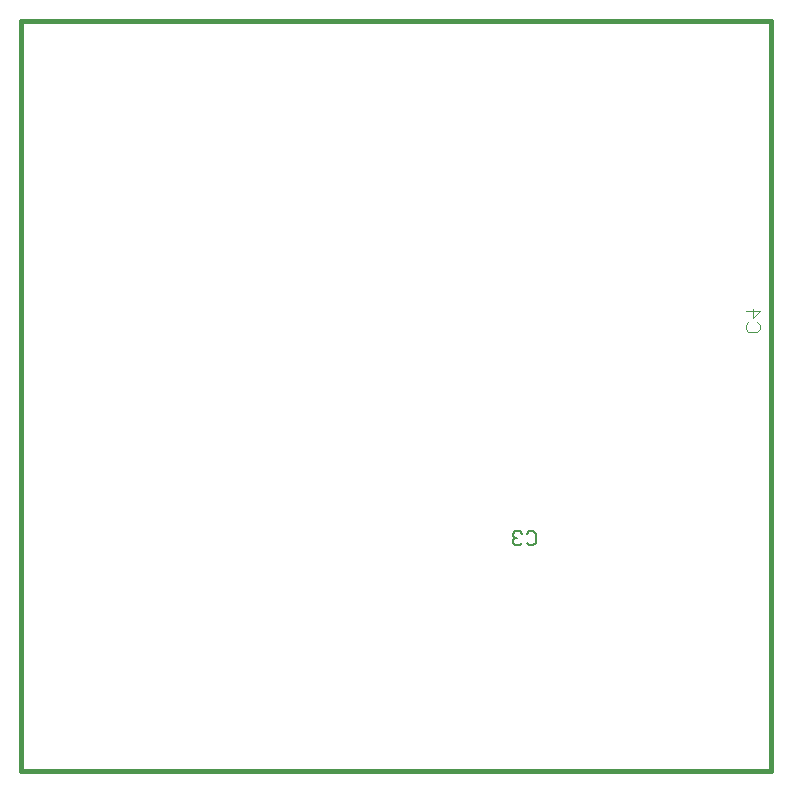
<source format=gbo>
G75*
%MOIN*%
%OFA0B0*%
%FSLAX24Y24*%
%IPPOS*%
%LPD*%
%AMOC8*
5,1,8,0,0,1.08239X$1,22.5*
%
%ADD10C,0.0160*%
%ADD11C,0.0050*%
%ADD12C,0.0040*%
D10*
X002050Y000180D02*
X002050Y025180D01*
X027050Y025180D01*
X027050Y000180D01*
X002050Y000180D01*
D11*
X018435Y007780D02*
X018510Y007705D01*
X018660Y007705D01*
X018735Y007780D01*
X018896Y007780D02*
X018971Y007705D01*
X019121Y007705D01*
X019196Y007780D01*
X019196Y008080D01*
X019121Y008155D01*
X018971Y008155D01*
X018896Y008080D01*
X018735Y008080D02*
X018660Y008155D01*
X018510Y008155D01*
X018435Y008080D01*
X018435Y008005D01*
X018510Y007930D01*
X018435Y007855D01*
X018435Y007780D01*
X018510Y007930D02*
X018585Y007930D01*
D12*
X026204Y014897D02*
X026204Y015050D01*
X026281Y015127D01*
X026434Y015280D02*
X026434Y015587D01*
X026204Y015511D02*
X026664Y015511D01*
X026434Y015280D01*
X026588Y015127D02*
X026664Y015050D01*
X026664Y014897D01*
X026588Y014820D01*
X026281Y014820D01*
X026204Y014897D01*
M02*

</source>
